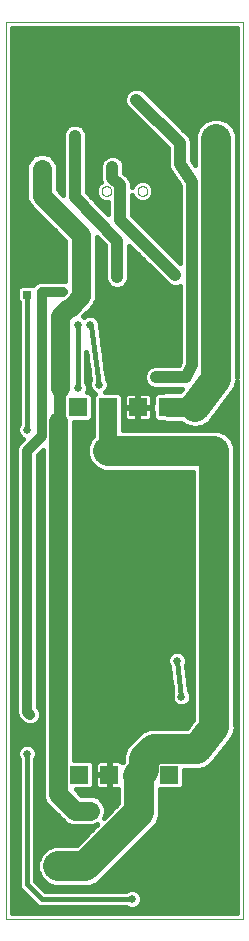
<source format=gbl>
G75*
%MOIN*%
%OFA0B0*%
%FSLAX25Y25*%
%IPPOS*%
%LPD*%
%AMOC8*
5,1,8,0,0,1.08239X$1,22.5*
%
%ADD10C,0.00000*%
%ADD11R,0.05937X0.05937*%
%ADD12C,0.06400*%
%ADD13C,0.10000*%
%ADD14C,0.05118*%
%ADD15C,0.06000*%
%ADD16C,0.01600*%
%ADD17C,0.02578*%
%ADD18C,0.04000*%
%ADD19R,0.02578X0.02578*%
%ADD20C,0.03200*%
D10*
X0002667Y0001800D02*
X0002667Y0300700D01*
X0081667Y0300700D01*
X0081667Y0001800D01*
X0002667Y0001800D01*
X0034567Y0244300D02*
X0034569Y0244380D01*
X0034575Y0244459D01*
X0034585Y0244538D01*
X0034599Y0244617D01*
X0034616Y0244695D01*
X0034638Y0244772D01*
X0034663Y0244847D01*
X0034693Y0244921D01*
X0034725Y0244994D01*
X0034762Y0245065D01*
X0034802Y0245134D01*
X0034845Y0245201D01*
X0034892Y0245266D01*
X0034941Y0245328D01*
X0034994Y0245388D01*
X0035050Y0245445D01*
X0035108Y0245500D01*
X0035169Y0245551D01*
X0035233Y0245599D01*
X0035299Y0245644D01*
X0035367Y0245686D01*
X0035437Y0245724D01*
X0035509Y0245758D01*
X0035582Y0245789D01*
X0035657Y0245817D01*
X0035734Y0245840D01*
X0035811Y0245860D01*
X0035889Y0245876D01*
X0035968Y0245888D01*
X0036047Y0245896D01*
X0036127Y0245900D01*
X0036207Y0245900D01*
X0036287Y0245896D01*
X0036366Y0245888D01*
X0036445Y0245876D01*
X0036523Y0245860D01*
X0036600Y0245840D01*
X0036677Y0245817D01*
X0036752Y0245789D01*
X0036825Y0245758D01*
X0036897Y0245724D01*
X0036967Y0245686D01*
X0037035Y0245644D01*
X0037101Y0245599D01*
X0037165Y0245551D01*
X0037226Y0245500D01*
X0037284Y0245445D01*
X0037340Y0245388D01*
X0037393Y0245328D01*
X0037442Y0245266D01*
X0037489Y0245201D01*
X0037532Y0245134D01*
X0037572Y0245065D01*
X0037609Y0244994D01*
X0037641Y0244921D01*
X0037671Y0244847D01*
X0037696Y0244772D01*
X0037718Y0244695D01*
X0037735Y0244617D01*
X0037749Y0244538D01*
X0037759Y0244459D01*
X0037765Y0244380D01*
X0037767Y0244300D01*
X0037765Y0244220D01*
X0037759Y0244141D01*
X0037749Y0244062D01*
X0037735Y0243983D01*
X0037718Y0243905D01*
X0037696Y0243828D01*
X0037671Y0243753D01*
X0037641Y0243679D01*
X0037609Y0243606D01*
X0037572Y0243535D01*
X0037532Y0243466D01*
X0037489Y0243399D01*
X0037442Y0243334D01*
X0037393Y0243272D01*
X0037340Y0243212D01*
X0037284Y0243155D01*
X0037226Y0243100D01*
X0037165Y0243049D01*
X0037101Y0243001D01*
X0037035Y0242956D01*
X0036967Y0242914D01*
X0036897Y0242876D01*
X0036825Y0242842D01*
X0036752Y0242811D01*
X0036677Y0242783D01*
X0036600Y0242760D01*
X0036523Y0242740D01*
X0036445Y0242724D01*
X0036366Y0242712D01*
X0036287Y0242704D01*
X0036207Y0242700D01*
X0036127Y0242700D01*
X0036047Y0242704D01*
X0035968Y0242712D01*
X0035889Y0242724D01*
X0035811Y0242740D01*
X0035734Y0242760D01*
X0035657Y0242783D01*
X0035582Y0242811D01*
X0035509Y0242842D01*
X0035437Y0242876D01*
X0035367Y0242914D01*
X0035299Y0242956D01*
X0035233Y0243001D01*
X0035169Y0243049D01*
X0035108Y0243100D01*
X0035050Y0243155D01*
X0034994Y0243212D01*
X0034941Y0243272D01*
X0034892Y0243334D01*
X0034845Y0243399D01*
X0034802Y0243466D01*
X0034762Y0243535D01*
X0034725Y0243606D01*
X0034693Y0243679D01*
X0034663Y0243753D01*
X0034638Y0243828D01*
X0034616Y0243905D01*
X0034599Y0243983D01*
X0034585Y0244062D01*
X0034575Y0244141D01*
X0034569Y0244220D01*
X0034567Y0244300D01*
X0046567Y0244300D02*
X0046569Y0244380D01*
X0046575Y0244459D01*
X0046585Y0244538D01*
X0046599Y0244617D01*
X0046616Y0244695D01*
X0046638Y0244772D01*
X0046663Y0244847D01*
X0046693Y0244921D01*
X0046725Y0244994D01*
X0046762Y0245065D01*
X0046802Y0245134D01*
X0046845Y0245201D01*
X0046892Y0245266D01*
X0046941Y0245328D01*
X0046994Y0245388D01*
X0047050Y0245445D01*
X0047108Y0245500D01*
X0047169Y0245551D01*
X0047233Y0245599D01*
X0047299Y0245644D01*
X0047367Y0245686D01*
X0047437Y0245724D01*
X0047509Y0245758D01*
X0047582Y0245789D01*
X0047657Y0245817D01*
X0047734Y0245840D01*
X0047811Y0245860D01*
X0047889Y0245876D01*
X0047968Y0245888D01*
X0048047Y0245896D01*
X0048127Y0245900D01*
X0048207Y0245900D01*
X0048287Y0245896D01*
X0048366Y0245888D01*
X0048445Y0245876D01*
X0048523Y0245860D01*
X0048600Y0245840D01*
X0048677Y0245817D01*
X0048752Y0245789D01*
X0048825Y0245758D01*
X0048897Y0245724D01*
X0048967Y0245686D01*
X0049035Y0245644D01*
X0049101Y0245599D01*
X0049165Y0245551D01*
X0049226Y0245500D01*
X0049284Y0245445D01*
X0049340Y0245388D01*
X0049393Y0245328D01*
X0049442Y0245266D01*
X0049489Y0245201D01*
X0049532Y0245134D01*
X0049572Y0245065D01*
X0049609Y0244994D01*
X0049641Y0244921D01*
X0049671Y0244847D01*
X0049696Y0244772D01*
X0049718Y0244695D01*
X0049735Y0244617D01*
X0049749Y0244538D01*
X0049759Y0244459D01*
X0049765Y0244380D01*
X0049767Y0244300D01*
X0049765Y0244220D01*
X0049759Y0244141D01*
X0049749Y0244062D01*
X0049735Y0243983D01*
X0049718Y0243905D01*
X0049696Y0243828D01*
X0049671Y0243753D01*
X0049641Y0243679D01*
X0049609Y0243606D01*
X0049572Y0243535D01*
X0049532Y0243466D01*
X0049489Y0243399D01*
X0049442Y0243334D01*
X0049393Y0243272D01*
X0049340Y0243212D01*
X0049284Y0243155D01*
X0049226Y0243100D01*
X0049165Y0243049D01*
X0049101Y0243001D01*
X0049035Y0242956D01*
X0048967Y0242914D01*
X0048897Y0242876D01*
X0048825Y0242842D01*
X0048752Y0242811D01*
X0048677Y0242783D01*
X0048600Y0242760D01*
X0048523Y0242740D01*
X0048445Y0242724D01*
X0048366Y0242712D01*
X0048287Y0242704D01*
X0048207Y0242700D01*
X0048127Y0242700D01*
X0048047Y0242704D01*
X0047968Y0242712D01*
X0047889Y0242724D01*
X0047811Y0242740D01*
X0047734Y0242760D01*
X0047657Y0242783D01*
X0047582Y0242811D01*
X0047509Y0242842D01*
X0047437Y0242876D01*
X0047367Y0242914D01*
X0047299Y0242956D01*
X0047233Y0243001D01*
X0047169Y0243049D01*
X0047108Y0243100D01*
X0047050Y0243155D01*
X0046994Y0243212D01*
X0046941Y0243272D01*
X0046892Y0243334D01*
X0046845Y0243399D01*
X0046802Y0243466D01*
X0046762Y0243535D01*
X0046725Y0243606D01*
X0046693Y0243679D01*
X0046663Y0243753D01*
X0046638Y0243828D01*
X0046616Y0243905D01*
X0046599Y0243983D01*
X0046585Y0244062D01*
X0046575Y0244141D01*
X0046569Y0244220D01*
X0046567Y0244300D01*
D11*
X0046667Y0172300D03*
X0036667Y0172300D03*
X0026667Y0172300D03*
X0056667Y0172300D03*
X0057167Y0049800D03*
X0047167Y0049800D03*
X0037167Y0049800D03*
X0027167Y0049800D03*
D12*
X0020067Y0043400D02*
X0025667Y0037800D01*
X0030667Y0037800D01*
X0020067Y0043400D02*
X0020067Y0167589D01*
X0020667Y0178800D02*
X0020667Y0202800D01*
X0023267Y0205400D01*
X0023903Y0205400D01*
X0027667Y0209163D01*
X0027667Y0229800D01*
X0014667Y0242800D01*
X0014667Y0251800D01*
X0056667Y0172300D02*
X0065667Y0172300D01*
D13*
X0072667Y0181800D01*
X0072667Y0261800D01*
X0072167Y0157800D02*
X0036667Y0157800D01*
X0051879Y0058369D02*
X0066235Y0058369D01*
X0072167Y0065800D01*
X0072167Y0157800D01*
X0051879Y0058369D02*
X0048598Y0055088D01*
X0048598Y0051231D01*
X0047167Y0049800D01*
X0047167Y0037300D01*
X0029167Y0019300D01*
X0022667Y0019300D01*
X0020167Y0019300D01*
X0046667Y0049300D02*
X0047167Y0049800D01*
D14*
X0030667Y0037800D03*
X0022667Y0019300D03*
X0043167Y0140300D03*
X0039667Y0195300D03*
X0039667Y0203300D03*
X0043667Y0199300D03*
X0047667Y0195300D03*
X0047667Y0203300D03*
X0072667Y0261800D03*
X0014667Y0251800D03*
X0075167Y0049300D03*
D15*
X0036667Y0157800D02*
X0036667Y0172300D01*
D16*
X0035818Y0177300D02*
X0036455Y0177937D01*
X0036956Y0179146D01*
X0036956Y0180454D01*
X0036455Y0181663D01*
X0036221Y0181897D01*
X0033967Y0199479D01*
X0033967Y0199857D01*
X0033956Y0199884D01*
X0033956Y0200454D01*
X0033455Y0201663D01*
X0032530Y0202588D01*
X0031321Y0203089D01*
X0030012Y0203089D01*
X0028804Y0202588D01*
X0028667Y0202451D01*
X0028530Y0202588D01*
X0028470Y0202613D01*
X0030612Y0204755D01*
X0032075Y0206218D01*
X0032867Y0208129D01*
X0032867Y0229084D01*
X0035667Y0226184D01*
X0035667Y0215004D01*
X0036276Y0213534D01*
X0037401Y0212409D01*
X0038871Y0211800D01*
X0040462Y0211800D01*
X0041932Y0212409D01*
X0043058Y0213534D01*
X0043667Y0215004D01*
X0043667Y0226143D01*
X0056901Y0212909D01*
X0058371Y0212300D01*
X0059962Y0212300D01*
X0060667Y0212592D01*
X0060667Y0187244D01*
X0060195Y0186300D01*
X0051871Y0186300D01*
X0050401Y0185691D01*
X0049276Y0184566D01*
X0048667Y0183096D01*
X0048667Y0181504D01*
X0049276Y0180034D01*
X0050401Y0178909D01*
X0051871Y0178300D01*
X0061393Y0178300D01*
X0060803Y0177500D01*
X0055632Y0177500D01*
X0055073Y0177268D01*
X0052870Y0177268D01*
X0051698Y0176097D01*
X0051698Y0173893D01*
X0051467Y0173334D01*
X0051467Y0171266D01*
X0051698Y0170707D01*
X0051698Y0168503D01*
X0052870Y0167331D01*
X0055073Y0167331D01*
X0055632Y0167100D01*
X0060923Y0167100D01*
X0062635Y0165839D01*
X0065339Y0165170D01*
X0068092Y0165588D01*
X0070476Y0167027D01*
X0077989Y0177223D01*
X0078601Y0177835D01*
X0078808Y0178334D01*
X0079128Y0178769D01*
X0079336Y0179608D01*
X0079667Y0180408D01*
X0079667Y0180948D01*
X0079667Y0003800D01*
X0004667Y0003800D01*
X0004667Y0298700D01*
X0079667Y0298700D01*
X0079667Y0182327D01*
X0079667Y0182327D01*
X0079667Y0263192D01*
X0078601Y0265765D01*
X0076632Y0267734D01*
X0074059Y0268800D01*
X0071274Y0268800D01*
X0068701Y0267734D01*
X0066732Y0265765D01*
X0065667Y0263192D01*
X0065667Y0253011D01*
X0064667Y0254511D01*
X0064667Y0261096D01*
X0064058Y0262566D01*
X0062932Y0263691D01*
X0048432Y0278191D01*
X0046962Y0278800D01*
X0045371Y0278800D01*
X0043901Y0278191D01*
X0042776Y0277066D01*
X0042167Y0275596D01*
X0042167Y0274004D01*
X0042776Y0272534D01*
X0056667Y0258643D01*
X0056667Y0253696D01*
X0056588Y0253304D01*
X0056667Y0252908D01*
X0056667Y0252504D01*
X0056820Y0252135D01*
X0056897Y0251743D01*
X0057121Y0251407D01*
X0057276Y0251034D01*
X0057558Y0250752D01*
X0060667Y0246089D01*
X0060667Y0220457D01*
X0044767Y0236357D01*
X0044767Y0243101D01*
X0045115Y0242261D01*
X0046127Y0241248D01*
X0047451Y0240700D01*
X0048883Y0240700D01*
X0050206Y0241248D01*
X0051219Y0242261D01*
X0051767Y0243584D01*
X0051767Y0245016D01*
X0051219Y0246339D01*
X0050206Y0247352D01*
X0048883Y0247900D01*
X0047451Y0247900D01*
X0046127Y0247352D01*
X0045115Y0246339D01*
X0044767Y0245499D01*
X0044767Y0247001D01*
X0044158Y0248471D01*
X0043032Y0249596D01*
X0042167Y0250462D01*
X0042167Y0253096D01*
X0041558Y0254566D01*
X0040432Y0255691D01*
X0038962Y0256300D01*
X0037371Y0256300D01*
X0035901Y0255691D01*
X0034776Y0254566D01*
X0034167Y0253096D01*
X0034167Y0248010D01*
X0034393Y0247462D01*
X0034127Y0247352D01*
X0033115Y0246339D01*
X0032567Y0245016D01*
X0032567Y0243584D01*
X0033115Y0242261D01*
X0034127Y0241248D01*
X0035451Y0240700D01*
X0036767Y0240700D01*
X0036767Y0236562D01*
X0029667Y0243916D01*
X0029667Y0263596D01*
X0029058Y0265066D01*
X0027932Y0266191D01*
X0026462Y0266800D01*
X0024871Y0266800D01*
X0023401Y0266191D01*
X0022276Y0265066D01*
X0021667Y0263596D01*
X0021667Y0243154D01*
X0019867Y0244954D01*
X0019867Y0252834D01*
X0019075Y0254746D01*
X0017612Y0256208D01*
X0015701Y0257000D01*
X0013632Y0257000D01*
X0011721Y0256208D01*
X0010258Y0254746D01*
X0009467Y0252834D01*
X0009467Y0241766D01*
X0010258Y0239854D01*
X0011721Y0238392D01*
X0022467Y0227646D01*
X0022467Y0214365D01*
X0022383Y0214400D01*
X0013951Y0214400D01*
X0012627Y0213852D01*
X0011824Y0213049D01*
X0011784Y0213089D01*
X0007549Y0213089D01*
X0006378Y0211917D01*
X0006378Y0207683D01*
X0006867Y0207194D01*
X0006867Y0166635D01*
X0006378Y0165454D01*
X0006378Y0164146D01*
X0006878Y0162937D01*
X0007804Y0162012D01*
X0008499Y0161724D01*
X0006615Y0159839D01*
X0006067Y0158516D01*
X0006067Y0070084D01*
X0006615Y0068761D01*
X0007627Y0067748D01*
X0008627Y0066748D01*
X0009951Y0066200D01*
X0011383Y0066200D01*
X0012706Y0066748D01*
X0013719Y0067761D01*
X0014267Y0069084D01*
X0014267Y0070516D01*
X0013719Y0071839D01*
X0013267Y0072291D01*
X0013267Y0156309D01*
X0014867Y0157909D01*
X0014867Y0042366D01*
X0015658Y0040454D01*
X0017121Y0038992D01*
X0022721Y0033392D01*
X0024632Y0032600D01*
X0031701Y0032600D01*
X0033180Y0033212D01*
X0026267Y0026300D01*
X0018774Y0026300D01*
X0016201Y0025234D01*
X0014232Y0023265D01*
X0013167Y0020692D01*
X0013167Y0017908D01*
X0014232Y0015335D01*
X0016201Y0013366D01*
X0018774Y0012300D01*
X0030559Y0012300D01*
X0033132Y0013366D01*
X0035101Y0015335D01*
X0053101Y0033335D01*
X0054167Y0035908D01*
X0054167Y0044831D01*
X0060964Y0044831D01*
X0062135Y0046003D01*
X0062135Y0051369D01*
X0065245Y0051369D01*
X0065632Y0051257D01*
X0066627Y0051369D01*
X0067628Y0051369D01*
X0068000Y0051523D01*
X0068400Y0051568D01*
X0069276Y0052051D01*
X0070200Y0052434D01*
X0070485Y0052719D01*
X0070838Y0052914D01*
X0071462Y0053696D01*
X0072169Y0054403D01*
X0072324Y0054775D01*
X0077393Y0061127D01*
X0078101Y0061835D01*
X0078255Y0062207D01*
X0078506Y0062522D01*
X0078784Y0063483D01*
X0079167Y0064408D01*
X0079167Y0064810D01*
X0079278Y0065197D01*
X0079167Y0066192D01*
X0079167Y0159192D01*
X0078101Y0161765D01*
X0076132Y0163734D01*
X0073559Y0164800D01*
X0041667Y0164800D01*
X0041667Y0173295D01*
X0041635Y0173371D01*
X0041635Y0176097D01*
X0040464Y0177268D01*
X0037737Y0177268D01*
X0037661Y0177300D01*
X0035818Y0177300D01*
X0036669Y0178454D02*
X0051499Y0178454D01*
X0052457Y0176856D02*
X0050486Y0176856D01*
X0050330Y0176946D02*
X0049872Y0177068D01*
X0046851Y0177068D01*
X0046851Y0172484D01*
X0051435Y0172484D01*
X0051435Y0175505D01*
X0051312Y0175963D01*
X0051076Y0176374D01*
X0050740Y0176709D01*
X0050330Y0176946D01*
X0051435Y0175257D02*
X0051698Y0175257D01*
X0051601Y0173659D02*
X0051435Y0173659D01*
X0051435Y0172116D02*
X0046851Y0172116D01*
X0046851Y0172484D01*
X0046482Y0172484D01*
X0046482Y0172116D01*
X0041898Y0172116D01*
X0041898Y0169095D01*
X0042021Y0168637D01*
X0042258Y0168226D01*
X0042593Y0167891D01*
X0043003Y0167654D01*
X0043461Y0167531D01*
X0046482Y0167531D01*
X0046482Y0172116D01*
X0046851Y0172116D01*
X0046851Y0167531D01*
X0049872Y0167531D01*
X0050330Y0167654D01*
X0050740Y0167891D01*
X0051076Y0168226D01*
X0051312Y0168637D01*
X0051435Y0169095D01*
X0051435Y0172116D01*
X0051435Y0172060D02*
X0051467Y0172060D01*
X0051435Y0170462D02*
X0051698Y0170462D01*
X0051698Y0168863D02*
X0051373Y0168863D01*
X0055235Y0167265D02*
X0041667Y0167265D01*
X0041667Y0168863D02*
X0041960Y0168863D01*
X0041898Y0170462D02*
X0041667Y0170462D01*
X0041667Y0172060D02*
X0041898Y0172060D01*
X0041898Y0172484D02*
X0046482Y0172484D01*
X0046482Y0177068D01*
X0043461Y0177068D01*
X0043003Y0176946D01*
X0042593Y0176709D01*
X0042258Y0176374D01*
X0042021Y0175963D01*
X0041898Y0175505D01*
X0041898Y0172484D01*
X0041898Y0173659D02*
X0041635Y0173659D01*
X0041635Y0175257D02*
X0041898Y0175257D01*
X0042847Y0176856D02*
X0040876Y0176856D01*
X0041667Y0165666D02*
X0063334Y0165666D01*
X0065167Y0150800D02*
X0065167Y0068251D01*
X0062866Y0065368D01*
X0050486Y0065368D01*
X0050392Y0065329D01*
X0047913Y0064303D01*
X0042664Y0059053D01*
X0041598Y0056480D01*
X0041598Y0054131D01*
X0041458Y0053991D01*
X0041240Y0054209D01*
X0040830Y0054446D01*
X0040372Y0054568D01*
X0037351Y0054568D01*
X0037351Y0049984D01*
X0036982Y0049984D01*
X0036982Y0049616D01*
X0032398Y0049616D01*
X0032398Y0046595D01*
X0032521Y0046137D01*
X0032758Y0045726D01*
X0033093Y0045391D01*
X0033503Y0045154D01*
X0033961Y0045031D01*
X0036982Y0045031D01*
X0036982Y0049616D01*
X0037351Y0049616D01*
X0037351Y0045031D01*
X0040167Y0045031D01*
X0040167Y0040199D01*
X0035254Y0035287D01*
X0035867Y0036766D01*
X0035867Y0038834D01*
X0035075Y0040746D01*
X0033612Y0042208D01*
X0031701Y0043000D01*
X0027821Y0043000D01*
X0025989Y0044831D01*
X0030964Y0044831D01*
X0032135Y0046003D01*
X0032135Y0053597D01*
X0030964Y0054768D01*
X0025267Y0054768D01*
X0025267Y0167331D01*
X0030464Y0167331D01*
X0031635Y0168503D01*
X0031635Y0176097D01*
X0030464Y0177268D01*
X0029592Y0177268D01*
X0029956Y0178146D01*
X0029956Y0179454D01*
X0029467Y0180635D01*
X0029467Y0190541D01*
X0030670Y0181159D01*
X0030378Y0180454D01*
X0030378Y0179146D01*
X0030878Y0177937D01*
X0031804Y0177012D01*
X0032376Y0176775D01*
X0031698Y0176097D01*
X0031698Y0173371D01*
X0031667Y0173295D01*
X0031667Y0162699D01*
X0030732Y0161765D01*
X0029667Y0159192D01*
X0029667Y0156408D01*
X0030732Y0153835D01*
X0032701Y0151866D01*
X0035274Y0150800D01*
X0065167Y0150800D01*
X0065167Y0149681D02*
X0025267Y0149681D01*
X0025267Y0151279D02*
X0034117Y0151279D01*
X0031689Y0152878D02*
X0025267Y0152878D01*
X0025267Y0154476D02*
X0030467Y0154476D01*
X0029804Y0156075D02*
X0025267Y0156075D01*
X0025267Y0157673D02*
X0029667Y0157673D01*
X0029700Y0159272D02*
X0025267Y0159272D01*
X0025267Y0160870D02*
X0030362Y0160870D01*
X0031436Y0162469D02*
X0025267Y0162469D01*
X0025267Y0164068D02*
X0031667Y0164068D01*
X0031667Y0165666D02*
X0025267Y0165666D01*
X0025267Y0167265D02*
X0031667Y0167265D01*
X0031635Y0168863D02*
X0031667Y0168863D01*
X0031635Y0170462D02*
X0031667Y0170462D01*
X0031635Y0172060D02*
X0031667Y0172060D01*
X0031635Y0173659D02*
X0031698Y0173659D01*
X0031698Y0175257D02*
X0031635Y0175257D01*
X0032181Y0176856D02*
X0030876Y0176856D01*
X0030664Y0178454D02*
X0029956Y0178454D01*
X0029708Y0180053D02*
X0030378Y0180053D01*
X0030606Y0181651D02*
X0029467Y0181651D01*
X0029467Y0183250D02*
X0030401Y0183250D01*
X0030197Y0184848D02*
X0029467Y0184848D01*
X0029467Y0186447D02*
X0029992Y0186447D01*
X0029787Y0188045D02*
X0029467Y0188045D01*
X0029467Y0189644D02*
X0029582Y0189644D01*
X0031167Y0199300D02*
X0030667Y0199800D01*
X0031167Y0199300D02*
X0033667Y0179800D01*
X0036047Y0183250D02*
X0048730Y0183250D01*
X0048667Y0181651D02*
X0036460Y0181651D01*
X0036956Y0180053D02*
X0049268Y0180053D01*
X0049558Y0184848D02*
X0035842Y0184848D01*
X0035637Y0186447D02*
X0060268Y0186447D01*
X0060667Y0188045D02*
X0035432Y0188045D01*
X0035228Y0189644D02*
X0060667Y0189644D01*
X0060667Y0191242D02*
X0035023Y0191242D01*
X0034818Y0192841D02*
X0060667Y0192841D01*
X0060667Y0194439D02*
X0034613Y0194439D01*
X0034408Y0196038D02*
X0060667Y0196038D01*
X0060667Y0197636D02*
X0034203Y0197636D01*
X0033998Y0199235D02*
X0060667Y0199235D01*
X0060667Y0200833D02*
X0033799Y0200833D01*
X0032686Y0202432D02*
X0060667Y0202432D01*
X0060667Y0204030D02*
X0029888Y0204030D01*
X0031486Y0205629D02*
X0060667Y0205629D01*
X0060667Y0207227D02*
X0032493Y0207227D01*
X0032867Y0208826D02*
X0060667Y0208826D01*
X0060667Y0210424D02*
X0032867Y0210424D01*
X0032867Y0212023D02*
X0038333Y0212023D01*
X0036239Y0213621D02*
X0032867Y0213621D01*
X0032867Y0215220D02*
X0035667Y0215220D01*
X0035667Y0216818D02*
X0032867Y0216818D01*
X0032867Y0218417D02*
X0035667Y0218417D01*
X0035667Y0220015D02*
X0032867Y0220015D01*
X0032867Y0221614D02*
X0035667Y0221614D01*
X0035667Y0223212D02*
X0032867Y0223212D01*
X0032867Y0224811D02*
X0035667Y0224811D01*
X0035449Y0226409D02*
X0032867Y0226409D01*
X0032867Y0228008D02*
X0033906Y0228008D01*
X0035766Y0237599D02*
X0036767Y0237599D01*
X0036767Y0239198D02*
X0034222Y0239198D01*
X0035219Y0240796D02*
X0032679Y0240796D01*
X0033059Y0242395D02*
X0031136Y0242395D01*
X0032567Y0243993D02*
X0029667Y0243993D01*
X0029667Y0245592D02*
X0032805Y0245592D01*
X0033966Y0247190D02*
X0029667Y0247190D01*
X0029667Y0248789D02*
X0034167Y0248789D01*
X0034167Y0250387D02*
X0029667Y0250387D01*
X0029667Y0251986D02*
X0034167Y0251986D01*
X0034369Y0253584D02*
X0029667Y0253584D01*
X0029667Y0255183D02*
X0035392Y0255183D01*
X0040941Y0255183D02*
X0056667Y0255183D01*
X0056667Y0256781D02*
X0029667Y0256781D01*
X0029667Y0258380D02*
X0056667Y0258380D01*
X0055332Y0259978D02*
X0029667Y0259978D01*
X0029667Y0261577D02*
X0053733Y0261577D01*
X0052135Y0263175D02*
X0029667Y0263175D01*
X0029179Y0264774D02*
X0050536Y0264774D01*
X0048938Y0266372D02*
X0027495Y0266372D01*
X0023838Y0266372D02*
X0004667Y0266372D01*
X0004667Y0264774D02*
X0022155Y0264774D01*
X0021667Y0263175D02*
X0004667Y0263175D01*
X0004667Y0261577D02*
X0021667Y0261577D01*
X0021667Y0259978D02*
X0004667Y0259978D01*
X0004667Y0258380D02*
X0021667Y0258380D01*
X0021667Y0256781D02*
X0016229Y0256781D01*
X0018638Y0255183D02*
X0021667Y0255183D01*
X0021667Y0253584D02*
X0019556Y0253584D01*
X0019867Y0251986D02*
X0021667Y0251986D01*
X0021667Y0250387D02*
X0019867Y0250387D01*
X0019867Y0248789D02*
X0021667Y0248789D01*
X0021667Y0247190D02*
X0019867Y0247190D01*
X0019867Y0245592D02*
X0021667Y0245592D01*
X0021667Y0243993D02*
X0020827Y0243993D01*
X0017309Y0232803D02*
X0004667Y0232803D01*
X0004667Y0231205D02*
X0018908Y0231205D01*
X0020506Y0229606D02*
X0004667Y0229606D01*
X0004667Y0228008D02*
X0022105Y0228008D01*
X0022467Y0226409D02*
X0004667Y0226409D01*
X0004667Y0224811D02*
X0022467Y0224811D01*
X0022467Y0223212D02*
X0004667Y0223212D01*
X0004667Y0221614D02*
X0022467Y0221614D01*
X0022467Y0220015D02*
X0004667Y0220015D01*
X0004667Y0218417D02*
X0022467Y0218417D01*
X0022467Y0216818D02*
X0004667Y0216818D01*
X0004667Y0215220D02*
X0022467Y0215220D01*
X0026667Y0199800D02*
X0026667Y0178800D01*
X0025267Y0148082D02*
X0065167Y0148082D01*
X0065167Y0146484D02*
X0025267Y0146484D01*
X0025267Y0144885D02*
X0065167Y0144885D01*
X0065167Y0143287D02*
X0025267Y0143287D01*
X0025267Y0141688D02*
X0065167Y0141688D01*
X0065167Y0140090D02*
X0025267Y0140090D01*
X0025267Y0138491D02*
X0065167Y0138491D01*
X0065167Y0136893D02*
X0025267Y0136893D01*
X0025267Y0135294D02*
X0065167Y0135294D01*
X0065167Y0133696D02*
X0025267Y0133696D01*
X0025267Y0132097D02*
X0065167Y0132097D01*
X0065167Y0130499D02*
X0025267Y0130499D01*
X0025267Y0128900D02*
X0065167Y0128900D01*
X0065167Y0127302D02*
X0025267Y0127302D01*
X0025267Y0125703D02*
X0065167Y0125703D01*
X0065167Y0124105D02*
X0025267Y0124105D01*
X0025267Y0122506D02*
X0065167Y0122506D01*
X0065167Y0120908D02*
X0025267Y0120908D01*
X0025267Y0119309D02*
X0065167Y0119309D01*
X0065167Y0117711D02*
X0025267Y0117711D01*
X0025267Y0116112D02*
X0065167Y0116112D01*
X0065167Y0114514D02*
X0025267Y0114514D01*
X0025267Y0112915D02*
X0065167Y0112915D01*
X0065167Y0111317D02*
X0025267Y0111317D01*
X0025267Y0109718D02*
X0065167Y0109718D01*
X0065167Y0108120D02*
X0025267Y0108120D01*
X0025267Y0106521D02*
X0065167Y0106521D01*
X0065167Y0104923D02*
X0025267Y0104923D01*
X0025267Y0103324D02*
X0065167Y0103324D01*
X0065167Y0101726D02*
X0025267Y0101726D01*
X0025267Y0100127D02*
X0065167Y0100127D01*
X0065167Y0098529D02*
X0025267Y0098529D01*
X0025267Y0096930D02*
X0065167Y0096930D01*
X0065167Y0095332D02*
X0025267Y0095332D01*
X0025267Y0093733D02*
X0065167Y0093733D01*
X0065167Y0092134D02*
X0025267Y0092134D01*
X0025267Y0090536D02*
X0057751Y0090536D01*
X0057804Y0090588D02*
X0056878Y0089663D01*
X0056378Y0088454D01*
X0056378Y0087146D01*
X0056878Y0085937D01*
X0057106Y0085709D01*
X0058174Y0077169D01*
X0057878Y0076454D01*
X0057878Y0075146D01*
X0058378Y0073937D01*
X0059304Y0073012D01*
X0060512Y0072511D01*
X0061821Y0072511D01*
X0063030Y0073012D01*
X0063955Y0073937D01*
X0064456Y0075146D01*
X0064456Y0076454D01*
X0063955Y0077663D01*
X0063727Y0077891D01*
X0062660Y0086431D01*
X0062956Y0087146D01*
X0062956Y0088454D01*
X0062455Y0089663D01*
X0061530Y0090588D01*
X0060321Y0091089D01*
X0059012Y0091089D01*
X0057804Y0090588D01*
X0056578Y0088937D02*
X0025267Y0088937D01*
X0025267Y0087339D02*
X0056378Y0087339D01*
X0057075Y0085740D02*
X0025267Y0085740D01*
X0025267Y0084142D02*
X0057302Y0084142D01*
X0057502Y0082543D02*
X0025267Y0082543D01*
X0025267Y0080945D02*
X0057702Y0080945D01*
X0057902Y0079346D02*
X0025267Y0079346D01*
X0025267Y0077748D02*
X0058101Y0077748D01*
X0057878Y0076149D02*
X0025267Y0076149D01*
X0025267Y0074551D02*
X0058124Y0074551D01*
X0059447Y0072952D02*
X0025267Y0072952D01*
X0025267Y0071354D02*
X0065167Y0071354D01*
X0065167Y0072952D02*
X0062886Y0072952D01*
X0064209Y0074551D02*
X0065167Y0074551D01*
X0065167Y0076149D02*
X0064456Y0076149D01*
X0063870Y0077748D02*
X0065167Y0077748D01*
X0065167Y0079346D02*
X0063545Y0079346D01*
X0063345Y0080945D02*
X0065167Y0080945D01*
X0065167Y0082543D02*
X0063146Y0082543D01*
X0062946Y0084142D02*
X0065167Y0084142D01*
X0065167Y0085740D02*
X0062746Y0085740D01*
X0062956Y0087339D02*
X0065167Y0087339D01*
X0065167Y0088937D02*
X0062755Y0088937D01*
X0061582Y0090536D02*
X0065167Y0090536D01*
X0059667Y0087800D02*
X0061167Y0075800D01*
X0063816Y0066558D02*
X0025267Y0066558D01*
X0025267Y0064960D02*
X0049500Y0064960D01*
X0046972Y0063361D02*
X0025267Y0063361D01*
X0025267Y0061763D02*
X0045373Y0061763D01*
X0043775Y0060164D02*
X0025267Y0060164D01*
X0025267Y0058566D02*
X0042462Y0058566D01*
X0041800Y0056967D02*
X0025267Y0056967D01*
X0025267Y0055369D02*
X0041598Y0055369D01*
X0040167Y0044179D02*
X0026641Y0044179D01*
X0023692Y0032990D02*
X0012467Y0032990D01*
X0012467Y0034588D02*
X0021525Y0034588D01*
X0019926Y0036187D02*
X0012467Y0036187D01*
X0012467Y0037785D02*
X0018328Y0037785D01*
X0016729Y0039384D02*
X0012467Y0039384D01*
X0012467Y0040982D02*
X0015440Y0040982D01*
X0014867Y0042581D02*
X0012467Y0042581D01*
X0012467Y0044179D02*
X0014867Y0044179D01*
X0014867Y0045778D02*
X0012467Y0045778D01*
X0012467Y0047376D02*
X0014867Y0047376D01*
X0014867Y0048975D02*
X0012467Y0048975D01*
X0012467Y0050573D02*
X0014867Y0050573D01*
X0014867Y0052172D02*
X0012467Y0052172D01*
X0012467Y0053770D02*
X0014867Y0053770D01*
X0014867Y0055369D02*
X0012634Y0055369D01*
X0012467Y0054965D02*
X0012956Y0056146D01*
X0012956Y0057454D01*
X0012455Y0058663D01*
X0011530Y0059588D01*
X0010321Y0060089D01*
X0009012Y0060089D01*
X0007804Y0059588D01*
X0006878Y0058663D01*
X0006378Y0057454D01*
X0006378Y0056146D01*
X0006867Y0054965D01*
X0006867Y0012743D01*
X0007293Y0011714D01*
X0008081Y0010926D01*
X0013081Y0005926D01*
X0014110Y0005500D01*
X0042832Y0005500D01*
X0044012Y0005011D01*
X0045321Y0005011D01*
X0046530Y0005512D01*
X0047455Y0006437D01*
X0047956Y0007646D01*
X0047956Y0008954D01*
X0047455Y0010163D01*
X0046530Y0011088D01*
X0045321Y0011589D01*
X0044012Y0011589D01*
X0042832Y0011100D01*
X0015826Y0011100D01*
X0012467Y0014460D01*
X0012467Y0054965D01*
X0012956Y0056967D02*
X0014867Y0056967D01*
X0014867Y0058566D02*
X0012495Y0058566D01*
X0014867Y0060164D02*
X0004667Y0060164D01*
X0004667Y0058566D02*
X0006838Y0058566D01*
X0006378Y0056967D02*
X0004667Y0056967D01*
X0004667Y0055369D02*
X0006700Y0055369D01*
X0006867Y0053770D02*
X0004667Y0053770D01*
X0004667Y0052172D02*
X0006867Y0052172D01*
X0006867Y0050573D02*
X0004667Y0050573D01*
X0004667Y0048975D02*
X0006867Y0048975D01*
X0006867Y0047376D02*
X0004667Y0047376D01*
X0004667Y0045778D02*
X0006867Y0045778D01*
X0006867Y0044179D02*
X0004667Y0044179D01*
X0004667Y0042581D02*
X0006867Y0042581D01*
X0006867Y0040982D02*
X0004667Y0040982D01*
X0004667Y0039384D02*
X0006867Y0039384D01*
X0006867Y0037785D02*
X0004667Y0037785D01*
X0004667Y0036187D02*
X0006867Y0036187D01*
X0006867Y0034588D02*
X0004667Y0034588D01*
X0004667Y0032990D02*
X0006867Y0032990D01*
X0006867Y0031391D02*
X0004667Y0031391D01*
X0004667Y0029793D02*
X0006867Y0029793D01*
X0006867Y0028194D02*
X0004667Y0028194D01*
X0004667Y0026596D02*
X0006867Y0026596D01*
X0006867Y0024997D02*
X0004667Y0024997D01*
X0004667Y0023399D02*
X0006867Y0023399D01*
X0006867Y0021800D02*
X0004667Y0021800D01*
X0004667Y0020201D02*
X0006867Y0020201D01*
X0006867Y0018603D02*
X0004667Y0018603D01*
X0004667Y0017004D02*
X0006867Y0017004D01*
X0006867Y0015406D02*
X0004667Y0015406D01*
X0004667Y0013807D02*
X0006867Y0013807D01*
X0007088Y0012209D02*
X0004667Y0012209D01*
X0004667Y0010610D02*
X0008396Y0010610D01*
X0009667Y0013300D02*
X0009667Y0056800D01*
X0009086Y0066558D02*
X0004667Y0066558D01*
X0004667Y0064960D02*
X0014867Y0064960D01*
X0014867Y0066558D02*
X0012248Y0066558D01*
X0013883Y0068157D02*
X0014867Y0068157D01*
X0014867Y0069755D02*
X0014267Y0069755D01*
X0013920Y0071354D02*
X0014867Y0071354D01*
X0014867Y0072952D02*
X0013267Y0072952D01*
X0013267Y0074551D02*
X0014867Y0074551D01*
X0014867Y0076149D02*
X0013267Y0076149D01*
X0013267Y0077748D02*
X0014867Y0077748D01*
X0014867Y0079346D02*
X0013267Y0079346D01*
X0013267Y0080945D02*
X0014867Y0080945D01*
X0014867Y0082543D02*
X0013267Y0082543D01*
X0013267Y0084142D02*
X0014867Y0084142D01*
X0014867Y0085740D02*
X0013267Y0085740D01*
X0013267Y0087339D02*
X0014867Y0087339D01*
X0014867Y0088937D02*
X0013267Y0088937D01*
X0013267Y0090536D02*
X0014867Y0090536D01*
X0014867Y0092134D02*
X0013267Y0092134D01*
X0013267Y0093733D02*
X0014867Y0093733D01*
X0014867Y0095332D02*
X0013267Y0095332D01*
X0013267Y0096930D02*
X0014867Y0096930D01*
X0014867Y0098529D02*
X0013267Y0098529D01*
X0013267Y0100127D02*
X0014867Y0100127D01*
X0014867Y0101726D02*
X0013267Y0101726D01*
X0013267Y0103324D02*
X0014867Y0103324D01*
X0014867Y0104923D02*
X0013267Y0104923D01*
X0013267Y0106521D02*
X0014867Y0106521D01*
X0014867Y0108120D02*
X0013267Y0108120D01*
X0013267Y0109718D02*
X0014867Y0109718D01*
X0014867Y0111317D02*
X0013267Y0111317D01*
X0013267Y0112915D02*
X0014867Y0112915D01*
X0014867Y0114514D02*
X0013267Y0114514D01*
X0013267Y0116112D02*
X0014867Y0116112D01*
X0014867Y0117711D02*
X0013267Y0117711D01*
X0013267Y0119309D02*
X0014867Y0119309D01*
X0014867Y0120908D02*
X0013267Y0120908D01*
X0013267Y0122506D02*
X0014867Y0122506D01*
X0014867Y0124105D02*
X0013267Y0124105D01*
X0013267Y0125703D02*
X0014867Y0125703D01*
X0014867Y0127302D02*
X0013267Y0127302D01*
X0013267Y0128900D02*
X0014867Y0128900D01*
X0014867Y0130499D02*
X0013267Y0130499D01*
X0013267Y0132097D02*
X0014867Y0132097D01*
X0014867Y0133696D02*
X0013267Y0133696D01*
X0013267Y0135294D02*
X0014867Y0135294D01*
X0014867Y0136893D02*
X0013267Y0136893D01*
X0013267Y0138491D02*
X0014867Y0138491D01*
X0014867Y0140090D02*
X0013267Y0140090D01*
X0013267Y0141688D02*
X0014867Y0141688D01*
X0014867Y0143287D02*
X0013267Y0143287D01*
X0013267Y0144885D02*
X0014867Y0144885D01*
X0014867Y0146484D02*
X0013267Y0146484D01*
X0013267Y0148082D02*
X0014867Y0148082D01*
X0014867Y0149681D02*
X0013267Y0149681D01*
X0013267Y0151279D02*
X0014867Y0151279D01*
X0014867Y0152878D02*
X0013267Y0152878D01*
X0013267Y0154476D02*
X0014867Y0154476D01*
X0014867Y0156075D02*
X0013267Y0156075D01*
X0014631Y0157673D02*
X0014867Y0157673D01*
X0009667Y0164800D02*
X0009667Y0209800D01*
X0006378Y0210424D02*
X0004667Y0210424D01*
X0004667Y0208826D02*
X0006378Y0208826D01*
X0006833Y0207227D02*
X0004667Y0207227D01*
X0004667Y0205629D02*
X0006867Y0205629D01*
X0006867Y0204030D02*
X0004667Y0204030D01*
X0004667Y0202432D02*
X0006867Y0202432D01*
X0006867Y0200833D02*
X0004667Y0200833D01*
X0004667Y0199235D02*
X0006867Y0199235D01*
X0006867Y0197636D02*
X0004667Y0197636D01*
X0004667Y0196038D02*
X0006867Y0196038D01*
X0006867Y0194439D02*
X0004667Y0194439D01*
X0004667Y0192841D02*
X0006867Y0192841D01*
X0006867Y0191242D02*
X0004667Y0191242D01*
X0004667Y0189644D02*
X0006867Y0189644D01*
X0006867Y0188045D02*
X0004667Y0188045D01*
X0004667Y0186447D02*
X0006867Y0186447D01*
X0006867Y0184848D02*
X0004667Y0184848D01*
X0004667Y0183250D02*
X0006867Y0183250D01*
X0006867Y0181651D02*
X0004667Y0181651D01*
X0004667Y0180053D02*
X0006867Y0180053D01*
X0006867Y0178454D02*
X0004667Y0178454D01*
X0004667Y0176856D02*
X0006867Y0176856D01*
X0006867Y0175257D02*
X0004667Y0175257D01*
X0004667Y0173659D02*
X0006867Y0173659D01*
X0006867Y0172060D02*
X0004667Y0172060D01*
X0004667Y0170462D02*
X0006867Y0170462D01*
X0006867Y0168863D02*
X0004667Y0168863D01*
X0004667Y0167265D02*
X0006867Y0167265D01*
X0006465Y0165666D02*
X0004667Y0165666D01*
X0004667Y0164068D02*
X0006410Y0164068D01*
X0007346Y0162469D02*
X0004667Y0162469D01*
X0004667Y0160870D02*
X0007646Y0160870D01*
X0006380Y0159272D02*
X0004667Y0159272D01*
X0004667Y0157673D02*
X0006067Y0157673D01*
X0006067Y0156075D02*
X0004667Y0156075D01*
X0004667Y0154476D02*
X0006067Y0154476D01*
X0006067Y0152878D02*
X0004667Y0152878D01*
X0004667Y0151279D02*
X0006067Y0151279D01*
X0006067Y0149681D02*
X0004667Y0149681D01*
X0004667Y0148082D02*
X0006067Y0148082D01*
X0006067Y0146484D02*
X0004667Y0146484D01*
X0004667Y0144885D02*
X0006067Y0144885D01*
X0006067Y0143287D02*
X0004667Y0143287D01*
X0004667Y0141688D02*
X0006067Y0141688D01*
X0006067Y0140090D02*
X0004667Y0140090D01*
X0004667Y0138491D02*
X0006067Y0138491D01*
X0006067Y0136893D02*
X0004667Y0136893D01*
X0004667Y0135294D02*
X0006067Y0135294D01*
X0006067Y0133696D02*
X0004667Y0133696D01*
X0004667Y0132097D02*
X0006067Y0132097D01*
X0006067Y0130499D02*
X0004667Y0130499D01*
X0004667Y0128900D02*
X0006067Y0128900D01*
X0006067Y0127302D02*
X0004667Y0127302D01*
X0004667Y0125703D02*
X0006067Y0125703D01*
X0006067Y0124105D02*
X0004667Y0124105D01*
X0004667Y0122506D02*
X0006067Y0122506D01*
X0006067Y0120908D02*
X0004667Y0120908D01*
X0004667Y0119309D02*
X0006067Y0119309D01*
X0006067Y0117711D02*
X0004667Y0117711D01*
X0004667Y0116112D02*
X0006067Y0116112D01*
X0006067Y0114514D02*
X0004667Y0114514D01*
X0004667Y0112915D02*
X0006067Y0112915D01*
X0006067Y0111317D02*
X0004667Y0111317D01*
X0004667Y0109718D02*
X0006067Y0109718D01*
X0006067Y0108120D02*
X0004667Y0108120D01*
X0004667Y0106521D02*
X0006067Y0106521D01*
X0006067Y0104923D02*
X0004667Y0104923D01*
X0004667Y0103324D02*
X0006067Y0103324D01*
X0006067Y0101726D02*
X0004667Y0101726D01*
X0004667Y0100127D02*
X0006067Y0100127D01*
X0006067Y0098529D02*
X0004667Y0098529D01*
X0004667Y0096930D02*
X0006067Y0096930D01*
X0006067Y0095332D02*
X0004667Y0095332D01*
X0004667Y0093733D02*
X0006067Y0093733D01*
X0006067Y0092134D02*
X0004667Y0092134D01*
X0004667Y0090536D02*
X0006067Y0090536D01*
X0006067Y0088937D02*
X0004667Y0088937D01*
X0004667Y0087339D02*
X0006067Y0087339D01*
X0006067Y0085740D02*
X0004667Y0085740D01*
X0004667Y0084142D02*
X0006067Y0084142D01*
X0006067Y0082543D02*
X0004667Y0082543D01*
X0004667Y0080945D02*
X0006067Y0080945D01*
X0006067Y0079346D02*
X0004667Y0079346D01*
X0004667Y0077748D02*
X0006067Y0077748D01*
X0006067Y0076149D02*
X0004667Y0076149D01*
X0004667Y0074551D02*
X0006067Y0074551D01*
X0006067Y0072952D02*
X0004667Y0072952D01*
X0004667Y0071354D02*
X0006067Y0071354D01*
X0006203Y0069755D02*
X0004667Y0069755D01*
X0004667Y0068157D02*
X0007219Y0068157D01*
X0004667Y0063361D02*
X0014867Y0063361D01*
X0014867Y0061763D02*
X0004667Y0061763D01*
X0012467Y0031391D02*
X0031358Y0031391D01*
X0032642Y0032990D02*
X0032957Y0032990D01*
X0035627Y0036187D02*
X0036154Y0036187D01*
X0035867Y0037785D02*
X0037752Y0037785D01*
X0039351Y0039384D02*
X0035639Y0039384D01*
X0034838Y0040982D02*
X0040167Y0040982D01*
X0040167Y0042581D02*
X0032713Y0042581D01*
X0032728Y0045778D02*
X0031910Y0045778D01*
X0032135Y0047376D02*
X0032398Y0047376D01*
X0032398Y0048975D02*
X0032135Y0048975D01*
X0032398Y0049984D02*
X0036982Y0049984D01*
X0036982Y0054568D01*
X0033961Y0054568D01*
X0033503Y0054446D01*
X0033093Y0054209D01*
X0032758Y0053874D01*
X0032521Y0053463D01*
X0032398Y0053005D01*
X0032398Y0049984D01*
X0032398Y0050573D02*
X0032135Y0050573D01*
X0032135Y0052172D02*
X0032398Y0052172D01*
X0032698Y0053770D02*
X0031962Y0053770D01*
X0036982Y0053770D02*
X0037351Y0053770D01*
X0037351Y0052172D02*
X0036982Y0052172D01*
X0036982Y0050573D02*
X0037351Y0050573D01*
X0037351Y0048975D02*
X0036982Y0048975D01*
X0036982Y0047376D02*
X0037351Y0047376D01*
X0037351Y0045778D02*
X0036982Y0045778D01*
X0029760Y0029793D02*
X0012467Y0029793D01*
X0012467Y0028194D02*
X0028161Y0028194D01*
X0026563Y0026596D02*
X0012467Y0026596D01*
X0012467Y0024997D02*
X0015964Y0024997D01*
X0014366Y0023399D02*
X0012467Y0023399D01*
X0012467Y0021800D02*
X0013625Y0021800D01*
X0013167Y0020201D02*
X0012467Y0020201D01*
X0012467Y0018603D02*
X0013167Y0018603D01*
X0013541Y0017004D02*
X0012467Y0017004D01*
X0012467Y0015406D02*
X0014203Y0015406D01*
X0013119Y0013807D02*
X0015760Y0013807D01*
X0014718Y0012209D02*
X0079667Y0012209D01*
X0079667Y0013807D02*
X0033574Y0013807D01*
X0035101Y0015335D02*
X0035101Y0015335D01*
X0035172Y0015406D02*
X0079667Y0015406D01*
X0079667Y0017004D02*
X0036771Y0017004D01*
X0038369Y0018603D02*
X0079667Y0018603D01*
X0079667Y0020201D02*
X0039968Y0020201D01*
X0041566Y0021800D02*
X0079667Y0021800D01*
X0079667Y0023399D02*
X0043165Y0023399D01*
X0044763Y0024997D02*
X0079667Y0024997D01*
X0079667Y0026596D02*
X0046362Y0026596D01*
X0047960Y0028194D02*
X0079667Y0028194D01*
X0079667Y0029793D02*
X0049559Y0029793D01*
X0051157Y0031391D02*
X0079667Y0031391D01*
X0079667Y0032990D02*
X0052756Y0032990D01*
X0053620Y0034588D02*
X0079667Y0034588D01*
X0079667Y0036187D02*
X0054167Y0036187D01*
X0054167Y0037785D02*
X0079667Y0037785D01*
X0079667Y0039384D02*
X0054167Y0039384D01*
X0054167Y0040982D02*
X0079667Y0040982D01*
X0079667Y0042581D02*
X0054167Y0042581D01*
X0054167Y0044179D02*
X0079667Y0044179D01*
X0079667Y0045778D02*
X0061910Y0045778D01*
X0062135Y0047376D02*
X0079667Y0047376D01*
X0079667Y0048975D02*
X0062135Y0048975D01*
X0062135Y0050573D02*
X0079667Y0050573D01*
X0079667Y0052172D02*
X0069567Y0052172D01*
X0071536Y0053770D02*
X0079667Y0053770D01*
X0079667Y0055369D02*
X0072797Y0055369D01*
X0074073Y0056967D02*
X0079667Y0056967D01*
X0079667Y0058566D02*
X0075349Y0058566D01*
X0076625Y0060164D02*
X0079667Y0060164D01*
X0079667Y0061763D02*
X0078029Y0061763D01*
X0078749Y0063361D02*
X0079667Y0063361D01*
X0079667Y0064960D02*
X0079210Y0064960D01*
X0079167Y0066558D02*
X0079667Y0066558D01*
X0079667Y0068157D02*
X0079167Y0068157D01*
X0079167Y0069755D02*
X0079667Y0069755D01*
X0079667Y0071354D02*
X0079167Y0071354D01*
X0079167Y0072952D02*
X0079667Y0072952D01*
X0079667Y0074551D02*
X0079167Y0074551D01*
X0079167Y0076149D02*
X0079667Y0076149D01*
X0079667Y0077748D02*
X0079167Y0077748D01*
X0079167Y0079346D02*
X0079667Y0079346D01*
X0079667Y0080945D02*
X0079167Y0080945D01*
X0079167Y0082543D02*
X0079667Y0082543D01*
X0079667Y0084142D02*
X0079167Y0084142D01*
X0079167Y0085740D02*
X0079667Y0085740D01*
X0079667Y0087339D02*
X0079167Y0087339D01*
X0079167Y0088937D02*
X0079667Y0088937D01*
X0079667Y0090536D02*
X0079167Y0090536D01*
X0079167Y0092134D02*
X0079667Y0092134D01*
X0079667Y0093733D02*
X0079167Y0093733D01*
X0079167Y0095332D02*
X0079667Y0095332D01*
X0079667Y0096930D02*
X0079167Y0096930D01*
X0079167Y0098529D02*
X0079667Y0098529D01*
X0079667Y0100127D02*
X0079167Y0100127D01*
X0079167Y0101726D02*
X0079667Y0101726D01*
X0079667Y0103324D02*
X0079167Y0103324D01*
X0079167Y0104923D02*
X0079667Y0104923D01*
X0079667Y0106521D02*
X0079167Y0106521D01*
X0079167Y0108120D02*
X0079667Y0108120D01*
X0079667Y0109718D02*
X0079167Y0109718D01*
X0079167Y0111317D02*
X0079667Y0111317D01*
X0079667Y0112915D02*
X0079167Y0112915D01*
X0079167Y0114514D02*
X0079667Y0114514D01*
X0079667Y0116112D02*
X0079167Y0116112D01*
X0079167Y0117711D02*
X0079667Y0117711D01*
X0079667Y0119309D02*
X0079167Y0119309D01*
X0079167Y0120908D02*
X0079667Y0120908D01*
X0079667Y0122506D02*
X0079167Y0122506D01*
X0079167Y0124105D02*
X0079667Y0124105D01*
X0079667Y0125703D02*
X0079167Y0125703D01*
X0079167Y0127302D02*
X0079667Y0127302D01*
X0079667Y0128900D02*
X0079167Y0128900D01*
X0079167Y0130499D02*
X0079667Y0130499D01*
X0079667Y0132097D02*
X0079167Y0132097D01*
X0079167Y0133696D02*
X0079667Y0133696D01*
X0079667Y0135294D02*
X0079167Y0135294D01*
X0079167Y0136893D02*
X0079667Y0136893D01*
X0079667Y0138491D02*
X0079167Y0138491D01*
X0079167Y0140090D02*
X0079667Y0140090D01*
X0079667Y0141688D02*
X0079167Y0141688D01*
X0079167Y0143287D02*
X0079667Y0143287D01*
X0079667Y0144885D02*
X0079167Y0144885D01*
X0079167Y0146484D02*
X0079667Y0146484D01*
X0079667Y0148082D02*
X0079167Y0148082D01*
X0079167Y0149681D02*
X0079667Y0149681D01*
X0079667Y0151279D02*
X0079167Y0151279D01*
X0079167Y0152878D02*
X0079667Y0152878D01*
X0079667Y0154476D02*
X0079167Y0154476D01*
X0079167Y0156075D02*
X0079667Y0156075D01*
X0079667Y0157673D02*
X0079167Y0157673D01*
X0079134Y0159272D02*
X0079667Y0159272D01*
X0079667Y0160870D02*
X0078472Y0160870D01*
X0077397Y0162469D02*
X0079667Y0162469D01*
X0079667Y0164068D02*
X0075327Y0164068D01*
X0073007Y0170462D02*
X0079667Y0170462D01*
X0079667Y0172060D02*
X0074185Y0172060D01*
X0075363Y0173659D02*
X0079667Y0173659D01*
X0079667Y0175257D02*
X0076541Y0175257D01*
X0077718Y0176856D02*
X0079667Y0176856D01*
X0079667Y0178454D02*
X0078896Y0178454D01*
X0079520Y0180053D02*
X0079667Y0180053D01*
X0079667Y0180948D02*
X0079667Y0180948D01*
X0079667Y0183250D02*
X0079667Y0183250D01*
X0079667Y0184848D02*
X0079667Y0184848D01*
X0079667Y0186447D02*
X0079667Y0186447D01*
X0079667Y0188045D02*
X0079667Y0188045D01*
X0079667Y0189644D02*
X0079667Y0189644D01*
X0079667Y0191242D02*
X0079667Y0191242D01*
X0079667Y0192841D02*
X0079667Y0192841D01*
X0079667Y0194439D02*
X0079667Y0194439D01*
X0079667Y0196038D02*
X0079667Y0196038D01*
X0079667Y0197636D02*
X0079667Y0197636D01*
X0079667Y0199235D02*
X0079667Y0199235D01*
X0079667Y0200833D02*
X0079667Y0200833D01*
X0079667Y0202432D02*
X0079667Y0202432D01*
X0079667Y0204030D02*
X0079667Y0204030D01*
X0079667Y0205629D02*
X0079667Y0205629D01*
X0079667Y0207227D02*
X0079667Y0207227D01*
X0079667Y0208826D02*
X0079667Y0208826D01*
X0079667Y0210424D02*
X0079667Y0210424D01*
X0079667Y0212023D02*
X0079667Y0212023D01*
X0079667Y0213621D02*
X0079667Y0213621D01*
X0079667Y0215220D02*
X0079667Y0215220D01*
X0079667Y0216818D02*
X0079667Y0216818D01*
X0079667Y0218417D02*
X0079667Y0218417D01*
X0079667Y0220015D02*
X0079667Y0220015D01*
X0079667Y0221614D02*
X0079667Y0221614D01*
X0079667Y0223212D02*
X0079667Y0223212D01*
X0079667Y0224811D02*
X0079667Y0224811D01*
X0079667Y0226409D02*
X0079667Y0226409D01*
X0079667Y0228008D02*
X0079667Y0228008D01*
X0079667Y0229606D02*
X0079667Y0229606D01*
X0079667Y0231205D02*
X0079667Y0231205D01*
X0079667Y0232803D02*
X0079667Y0232803D01*
X0079667Y0234402D02*
X0079667Y0234402D01*
X0079667Y0236001D02*
X0079667Y0236001D01*
X0079667Y0237599D02*
X0079667Y0237599D01*
X0079667Y0239198D02*
X0079667Y0239198D01*
X0079667Y0240796D02*
X0079667Y0240796D01*
X0079667Y0242395D02*
X0079667Y0242395D01*
X0079667Y0243993D02*
X0079667Y0243993D01*
X0079667Y0245592D02*
X0079667Y0245592D01*
X0079667Y0247190D02*
X0079667Y0247190D01*
X0079667Y0248789D02*
X0079667Y0248789D01*
X0079667Y0250387D02*
X0079667Y0250387D01*
X0079667Y0251986D02*
X0079667Y0251986D01*
X0079667Y0253584D02*
X0079667Y0253584D01*
X0079667Y0255183D02*
X0079667Y0255183D01*
X0079667Y0256781D02*
X0079667Y0256781D01*
X0079667Y0258380D02*
X0079667Y0258380D01*
X0079667Y0259978D02*
X0079667Y0259978D01*
X0079667Y0261577D02*
X0079667Y0261577D01*
X0079667Y0263175D02*
X0079667Y0263175D01*
X0079667Y0264774D02*
X0079012Y0264774D01*
X0079667Y0266372D02*
X0077994Y0266372D01*
X0079667Y0267971D02*
X0076061Y0267971D01*
X0079667Y0269569D02*
X0057054Y0269569D01*
X0058653Y0267971D02*
X0069272Y0267971D01*
X0067339Y0266372D02*
X0060251Y0266372D01*
X0061850Y0264774D02*
X0066322Y0264774D01*
X0065667Y0263175D02*
X0063448Y0263175D01*
X0062932Y0263691D02*
X0062932Y0263691D01*
X0064467Y0261577D02*
X0065667Y0261577D01*
X0065667Y0259978D02*
X0064667Y0259978D01*
X0064667Y0258380D02*
X0065667Y0258380D01*
X0065667Y0256781D02*
X0064667Y0256781D01*
X0064667Y0255183D02*
X0065667Y0255183D01*
X0065667Y0253584D02*
X0065285Y0253584D01*
X0060667Y0245592D02*
X0051528Y0245592D01*
X0051767Y0243993D02*
X0060667Y0243993D01*
X0060667Y0242395D02*
X0051274Y0242395D01*
X0050368Y0247190D02*
X0059933Y0247190D01*
X0058867Y0248789D02*
X0043840Y0248789D01*
X0043032Y0249596D02*
X0043032Y0249596D01*
X0042242Y0250387D02*
X0057801Y0250387D01*
X0056849Y0251986D02*
X0042167Y0251986D01*
X0041964Y0253584D02*
X0056644Y0253584D01*
X0060667Y0240796D02*
X0049115Y0240796D01*
X0047219Y0240796D02*
X0044767Y0240796D01*
X0044767Y0239198D02*
X0060667Y0239198D01*
X0060667Y0237599D02*
X0044767Y0237599D01*
X0045123Y0236001D02*
X0060667Y0236001D01*
X0060667Y0234402D02*
X0046721Y0234402D01*
X0048320Y0232803D02*
X0060667Y0232803D01*
X0060667Y0231205D02*
X0049919Y0231205D01*
X0051517Y0229606D02*
X0060667Y0229606D01*
X0060667Y0228008D02*
X0053116Y0228008D01*
X0054714Y0226409D02*
X0060667Y0226409D01*
X0060667Y0224811D02*
X0056313Y0224811D01*
X0057911Y0223212D02*
X0060667Y0223212D01*
X0060667Y0221614D02*
X0059510Y0221614D01*
X0060667Y0212023D02*
X0041000Y0212023D01*
X0043094Y0213621D02*
X0056188Y0213621D01*
X0054590Y0215220D02*
X0043667Y0215220D01*
X0043667Y0216818D02*
X0052991Y0216818D01*
X0051393Y0218417D02*
X0043667Y0218417D01*
X0043667Y0220015D02*
X0049794Y0220015D01*
X0048196Y0221614D02*
X0043667Y0221614D01*
X0043667Y0223212D02*
X0046597Y0223212D01*
X0044999Y0224811D02*
X0043667Y0224811D01*
X0044767Y0242395D02*
X0045059Y0242395D01*
X0044805Y0245592D02*
X0044767Y0245592D01*
X0044688Y0247190D02*
X0045966Y0247190D01*
X0047339Y0267971D02*
X0004667Y0267971D01*
X0004667Y0269569D02*
X0045741Y0269569D01*
X0044142Y0271168D02*
X0004667Y0271168D01*
X0004667Y0272766D02*
X0042679Y0272766D01*
X0042167Y0274365D02*
X0004667Y0274365D01*
X0004667Y0275963D02*
X0042319Y0275963D01*
X0043272Y0277562D02*
X0004667Y0277562D01*
X0004667Y0279160D02*
X0079667Y0279160D01*
X0079667Y0277562D02*
X0049062Y0277562D01*
X0050660Y0275963D02*
X0079667Y0275963D01*
X0079667Y0274365D02*
X0052259Y0274365D01*
X0053857Y0272766D02*
X0079667Y0272766D01*
X0079667Y0271168D02*
X0055456Y0271168D01*
X0079667Y0280759D02*
X0004667Y0280759D01*
X0004667Y0282357D02*
X0079667Y0282357D01*
X0079667Y0283956D02*
X0004667Y0283956D01*
X0004667Y0285554D02*
X0079667Y0285554D01*
X0079667Y0287153D02*
X0004667Y0287153D01*
X0004667Y0288751D02*
X0079667Y0288751D01*
X0079667Y0290350D02*
X0004667Y0290350D01*
X0004667Y0291948D02*
X0079667Y0291948D01*
X0079667Y0293547D02*
X0004667Y0293547D01*
X0004667Y0295145D02*
X0079667Y0295145D01*
X0079667Y0296744D02*
X0004667Y0296744D01*
X0004667Y0298342D02*
X0079667Y0298342D01*
X0046851Y0176856D02*
X0046482Y0176856D01*
X0046482Y0175257D02*
X0046851Y0175257D01*
X0046851Y0173659D02*
X0046482Y0173659D01*
X0046482Y0172060D02*
X0046851Y0172060D01*
X0046851Y0170462D02*
X0046482Y0170462D01*
X0046482Y0168863D02*
X0046851Y0168863D01*
X0068222Y0165666D02*
X0079667Y0165666D01*
X0079667Y0167265D02*
X0070651Y0167265D01*
X0071829Y0168863D02*
X0079667Y0168863D01*
X0065167Y0069755D02*
X0025267Y0069755D01*
X0025267Y0068157D02*
X0065091Y0068157D01*
X0079667Y0010610D02*
X0047008Y0010610D01*
X0047932Y0009012D02*
X0079667Y0009012D01*
X0079667Y0007413D02*
X0047859Y0007413D01*
X0046833Y0005815D02*
X0079667Y0005815D01*
X0079667Y0004216D02*
X0004667Y0004216D01*
X0004667Y0005815D02*
X0013349Y0005815D01*
X0014667Y0008300D02*
X0009667Y0013300D01*
X0009995Y0009012D02*
X0004667Y0009012D01*
X0004667Y0007413D02*
X0011593Y0007413D01*
X0014667Y0008300D02*
X0044667Y0008300D01*
X0006483Y0212023D02*
X0004667Y0212023D01*
X0004667Y0213621D02*
X0012397Y0213621D01*
X0015711Y0234402D02*
X0004667Y0234402D01*
X0004667Y0236001D02*
X0014112Y0236001D01*
X0012514Y0237599D02*
X0004667Y0237599D01*
X0004667Y0239198D02*
X0010915Y0239198D01*
X0009868Y0240796D02*
X0004667Y0240796D01*
X0004667Y0242395D02*
X0009467Y0242395D01*
X0009467Y0243993D02*
X0004667Y0243993D01*
X0004667Y0245592D02*
X0009467Y0245592D01*
X0009467Y0247190D02*
X0004667Y0247190D01*
X0004667Y0248789D02*
X0009467Y0248789D01*
X0009467Y0250387D02*
X0004667Y0250387D01*
X0004667Y0251986D02*
X0009467Y0251986D01*
X0009777Y0253584D02*
X0004667Y0253584D01*
X0004667Y0255183D02*
X0010695Y0255183D01*
X0013104Y0256781D02*
X0004667Y0256781D01*
D17*
X0021667Y0210800D03*
X0026667Y0199800D03*
X0030667Y0199800D03*
X0033667Y0179800D03*
X0026667Y0178800D03*
X0039667Y0215800D03*
X0038167Y0252300D03*
X0046167Y0274800D03*
X0059167Y0216300D03*
X0052667Y0182300D03*
X0025667Y0262800D03*
X0009667Y0164800D03*
X0010667Y0069800D03*
X0009667Y0056800D03*
X0013167Y0048800D03*
X0044667Y0008300D03*
X0061167Y0075800D03*
X0059667Y0087800D03*
D18*
X0062667Y0182300D02*
X0052667Y0182300D01*
X0062667Y0182300D02*
X0064667Y0186300D01*
X0064667Y0247300D01*
X0060667Y0253300D01*
X0060667Y0260300D01*
X0046167Y0274800D01*
X0038167Y0252300D02*
X0038167Y0248805D01*
X0040767Y0246205D01*
X0040767Y0234700D01*
X0059167Y0216300D01*
X0039667Y0215800D02*
X0039667Y0227800D01*
X0025667Y0242300D01*
X0025667Y0262800D01*
X0020667Y0178800D02*
X0020667Y0168189D01*
X0020067Y0167589D01*
D19*
X0009667Y0209800D03*
D20*
X0014667Y0210800D02*
X0021667Y0210800D01*
X0014667Y0210800D02*
X0014667Y0162800D01*
X0009667Y0157800D01*
X0009667Y0070800D01*
X0010667Y0069800D01*
M02*

</source>
